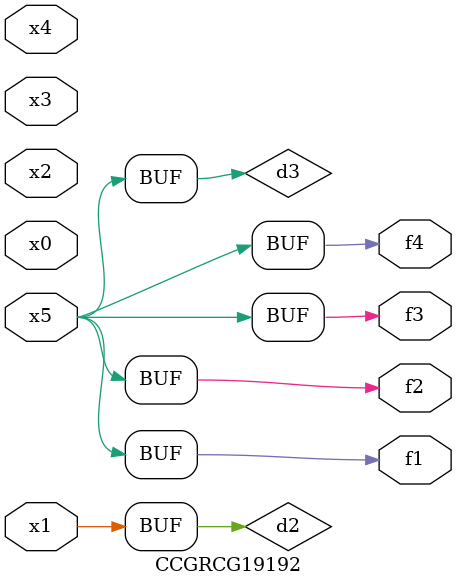
<source format=v>
module CCGRCG19192(
	input x0, x1, x2, x3, x4, x5,
	output f1, f2, f3, f4
);

	wire d1, d2, d3;

	not (d1, x5);
	or (d2, x1);
	xnor (d3, d1);
	assign f1 = d3;
	assign f2 = d3;
	assign f3 = d3;
	assign f4 = d3;
endmodule

</source>
